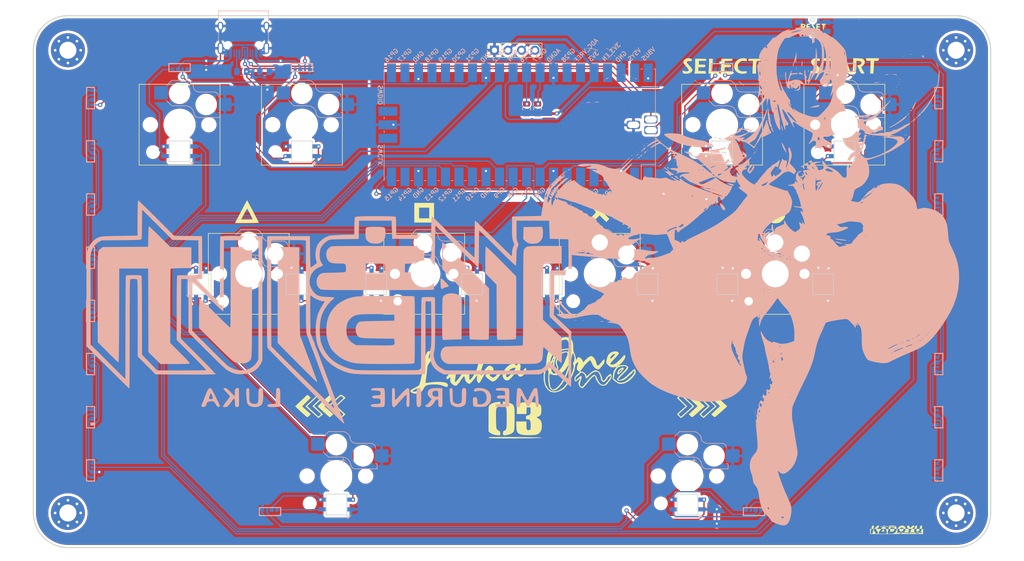
<source format=kicad_pcb>
(kicad_pcb (version 20211014) (generator pcbnew)
  (layers (0 "F.Cu" signal) (31 "B.Cu" signal) (34 "B.Paste" user) (35 "F.Paste" user) (36 "B.SilkS" user "B.Silkscreen") (37 "F.SilkS" user "F.Silkscreen") (38 "B.Mask" user) (39 "F.Mask" user) (44 "Edge.Cuts" user))
  (net 0 "")
  (net 1 "GND")
  (net 2 "VBUS")
  (net 3 "Net-(J1-PadA5)")
  (net 4 "/TP3")
  (net 5 "/TP2")
  (net 7 "Net-(J1-PadB5)")
  (net 9 "/3V3")
  (net 10 "/SCL")
  (net 11 "/SDA")
  (net 12 "/LEFT")
  (net 13 "/UP")
  (net 14 "/DOWN")
  (net 15 "/RIGHT")
  (net 16 "/GUIDE")
  (net 17 "/BACK")
  (net 18 "/START")
  (net 19 "/X")
  (net 20 "/Y")
  (net 21 "/RB")
  (net 22 "/LB")
  (net 23 "/A")
  (net 24 "/B")
  (net 25 "/RT")
  (net 26 "/LT")
  (net 27 "/RGB")
  (net 28 "/PLED1")
  (net 29 "/PLED2")
  (net 30 "/PLED3")
  (net 31 "/PLED4")
  (net 32 "/TP")
  (net 33 "/LS")
  (net 34 "/RS")
  (net 35 "/RUN")
  (net 36 "/SETTINGS")
  (net 40 "/SWCLK")
  (net 41 "/SWDIO")
  (net 42 "Net-(R5-Pad1)")
  (net 43 "/RGB_DATA_5V")
  (net 45 "RGB_DATA_5V_1")
  (net 46 "RGB_DATA_5V_2")
  (net 47 "RGB_DATA_5V_3")
  (net 48 "RGB_DATA_5V_4")
  (net 49 "RGB_DATA_5V_5")
  (net 50 "RGB_DATA_5V_6")
  (net 51 "RGB_DATA_5V_7")
  (net 52 "RGB_DATA_5V_8")
  (net 53 "RGB_DATA_5V_9")
  (net 54 "RGB_DATA_5V_10")
  (net 55 "RGB_DATA_5V_11")
  (net 56 "RGB_DATA_5V_12")
  (net 57 "RGB_DATA_5V_13")
  (net 58 "RGB_DATA_5V_14")
  (net 59 "RGB_DATA_5V_15")
  (net 60 "RGB_DATA_5V_16")
  (net 61 "RGB_DATA_5V_17")
  (net 62 "RGB_DATA_5V_18")
  (net 63 "RGB_DATA_5V_19")
  (net 64 "RGB_DATA_5V_20")
  (net 65 "RGB_DATA_5V_21")
  (net 66 "RGB_DATA_5V_22")
  (net 67 "RGB_DATA_5V_23")
  (net 68 "RGB_DATA_5V_24")
  (net 69 "RGB_DATA_5V_25")
  (net 70 "RGB_DATA_5V_26")
  (net 71 "RGB_DATA_5V_27")
  (net 72 "RGB_DATA_5V_28")
  (net 73 "RGB_DATA_5V_29")
  (net 74 "RGB_DATA_5V_30")
  (net 75 "RGB_DATA_5V_31")
  (net 76 "RGB_DATA_5V_32")
  (net 77 "RGB_DATA_5V_33")
  (net 78 "RGB_DATA_5V_34")
  (net 79 "RGB_DATA_5V_35")
  (net 80 "RGB_DATA_5V_36")
  (footprint "Switch_Keyboard_Hotswap_Kailh:SW_Hotswap_Kailh_Choc_V1V2_1.00u" (layer "F.Cu") (at 183 46)
    (fp_text reference "REF**" hide)
    (fp_text value "SW_Hotswap_Kailh_Choc_V1V2_1.00u" hide)
  )
  (footprint "Switch_Keyboard_Hotswap_Kailh:SW_Hotswap_Kailh_Choc_V1V2_1.00u" (layer "F.Cu") (at 81 46)
    (fp_text reference "REF**" hide)
    (fp_text value "SW_Hotswap_Kailh_Choc_V1V2_1.00u")
  )
  (footprint "Switch_Keyboard_Hotswap_Kailh:SW_Hotswap_Kailh_Choc_V1V2_1.50u" (layer "F.Cu") (at 159.999999 74.04385)
    (fp_text reference "Kailh PG1352" hide)
    (fp_text value "Choc")
  )
  (footprint "WS2812B-MINI:WS2812B-mini-v3_cutout" (layer "F.Cu") (at 184 76 -90)
    (fp_text reference "REF**3" hide)
    (fp_text value "WS2812B-mini-v3_cutout")
    (fp_line (start 1.95 -1.94) (end 1.95 1.96) (layer "Edge.Cuts") (width 0.12))
    (fp_line (start 1.95 1.96) (end -1.95 1.96) (layer "Edge.Cuts") (width 0.12))
    (fp_line (start -1.95 1.96) (end -1.95 -1.94) (layer "Edge.Cuts") (width 0.12))
    (fp_line (start -1.95 -1.94) (end 1.95 -1.94) (layer "Edge.Cuts") (width 0.12))
  )
  (footprint "WS2812B-MINI:WS2812B-mini-v3_cutout" (layer "F.Cu") (at 103 76 -90)
    (fp_text reference "REF**10" hide)
    (fp_text value "WS2812B-mini-v3_cutout")
    (fp_line (start -1.95 1.96) (end -1.95 -1.94) (layer "Edge.Cuts") (width 0.12))
    (fp_line (start -1.95 -1.94) (end 1.95 -1.94) (layer "Edge.Cuts") (width 0.12))
    (fp_line (start 1.95 1.96) (end -1.95 1.96) (layer "Edge.Cuts") (width 0.12))
    (fp_line (start 1.95 -1.94) (end 1.95 1.96) (layer "Edge.Cuts") (width 0.12))
  )
  (footprint "Switch_Keyboard_Hotswap_Kailh:SW_Hotswap_Kailh_Choc_V1V2_1.00u" (layer "F.Cu") (at 104 46)
    (fp_text reference "REF**" hide)
    (fp_text value "SW_Hotswap_Kailh_Choc_V1V2_1.00u")
  )
  (footprint "WS2812B-MINI:WS2812B-mini-v3_cutout" (layer "F.Cu") (at 118 76 -90)
    (fp_text reference "REF**7" hide)
    (fp_text value "WS2812B-mini-v3_cutout")
    (fp_line (start -1.95 1.96) (end -1.95 -1.94) (layer "Edge.Cuts") (width 0.12))
    (fp_line (start 1.95 1.96) (end -1.95 1.96) (layer "Edge.Cuts") (width 0.12))
    (fp_line (start -1.95 -1.94) (end 1.95 -1.94) (layer "Edge.Cuts") (width 0.12))
    (fp_line (start 1.95 -1.94) (end 1.95 1.96) (layer "Edge.Cuts") (width 0.12))
  )
  (footprint "WS2812B-MINI:WS2812B-mini-v3_cutout" (layer "F.Cu") (at 81 51)
    (fp_text reference "REF**3" hide)
    (fp_text value "WS2812B-mini-v3_cutout")
    (fp_line (start -1.95 -1.94) (end 1.95 -1.94) (layer "Edge.Cuts") (width 0.12))
    (fp_line (start 1.95 1.96) (end -1.95 1.96) (layer "Edge.Cuts") (width 0.12))
    (fp_line (start 1.95 -1.94) (end 1.95 1.96) (layer "Edge.Cuts") (width 0.12))
    (fp_line (start -1.95 1.96) (end -1.95 -1.94) (layer "Edge.Cuts") (width 0.12))
  )
  (footprint "MountingHole:MountingHole_3.2mm_M3_Pad_Via" (layer "F.Cu") (at 226.999999 32)
    (fp_text reference "REF**" hide)
    (fp_text value "MountingHole_3.2mm_M3_Pad_Via")
  )
  (footprint "Resistor_SMD:R_0805_2012Metric" (layer "F.Cu") (at 146.2375 43 90)
    (fp_text reference "R4" hide)
    (fp_text value "4.7k")
  )
  (footprint "MountingHole:MountingHole_3.2mm_M3_Pad_Via" (layer "F.Cu") (at 60 32)
    (fp_text reference "REF**" hide)
    (fp_text value "MountingHole_3.2mm_M3_Pad_Via")
  )
  (footprint "WS2812B-MINI:WS2812B-mini-v3_cutout" (layer "F.Cu") (at 169 76 -90)
    (fp_text reference "REF**6" hide)
    (fp_text value "WS2812B-mini-v3_cutout")
    (fp_line (start -1.95 -1.94) (end 1.95 -1.94) (layer "Edge.Cuts") (width 0.12))
    (fp_line (start -1.95 1.96) (end -1.95 -1.94) (layer "Edge.Cuts") (width 0.12))
    (fp_line (start 1.95 -1.94) (end 1.95 1.96) (layer "Edge.Cuts") (width 0.12))
    (fp_line (start 1.95 1.96) (end -1.95 1.96) (layer "Edge.Cuts") (width 0.12))
  )
  (footprint "Keyboard_Parts:Kailh-PG1350-2u" (layer "F.Cu") (at 110.499999 112.04385)
    (fp_text reference "Kailh PG1354")
    (fp_text value "Choc" hide)
  )
  (footprint "Resistor_SMD:R_0805_2012Metric" (layer "F.Cu") (at 148.3 43 90)
    (fp_text reference "R3" hide)
    (fp_text value "4.7k")
  )
  (footprint "Switch_Keyboard_Hotswap_Kailh:SW_Hotswap_Kailh_Choc_V1V2_1.00u" (layer "F.Cu") (at 206 46)
    (fp_text reference "REF**" hide)
    (fp_text value "SW_Hotswap_Kailh_Choc_V1V2_1.00u")
  )
  (footprint "MountingHole:MountingHole_3.2mm_M3_Pad_Via" (layer "F.Cu") (at 60 119)
    (fp_text reference "REF**" hide)
    (fp_text value "MountingHole_3.2mm_M3_Pad_Via")
  )
  (footprint "WS2812B-MINI:WS2812B-mini-v3_cutout" (layer "F.Cu") (at 136 76 -90)
    (fp_text reference "REF**8" hide)
    (fp_text value "WS2812B-mini-v3_cutout")
    (fp_line (start -1.95 -1.94) (end 1.95 -1.94) (layer "Edge.Cuts") (width 0.12))
    (fp_line (start 1.95 1.96) (end -1.95 1.96) (layer "Edge.Cuts") (width 0.12))
    (fp_line (start 1.95 -1.94) (end 1.95 1.96) (layer "Edge.Cuts") (width 0.12))
    (fp_line (start -1.95 1.96) (end -1.95 -1.94) (layer "Edge.Cuts") (width 0.12))
  )
  (footprint "WS2812B-MINI:WS2812B-mini-v3_cutout" (layer "F.Cu") (at 104 51)
    (fp_text reference "REF**3" hide)
    (fp_text value "WS2812B-mini-v3_cutout")
    (fp_line (start -1.95 1.96) (end -1.95 -1.94) (layer "Edge.Cuts") (width 0.12))
    (fp_line (start 1.95 1.96) (end -1.95 1.96) (layer "Edge.Cuts") (width 0.12))
    (fp_line (start -1.95 -1.94) (end 1.95 -1.94) (layer "Edge.Cuts") (width 0.12))
    (fp_line (start 1.95 -1.94) (end 1.95 1.96) (layer "Edge.Cuts") (width 0.12))
  )
  (footprint "WS2812B-MINI:WS2812B-mini-v3_cutout" (layer "F.Cu") (at 85 76 -90)
    (fp_text reference "REF**9" hide)
    (fp_text value "WS2812B-mini-v3_cutout")
    (fp_line (start 1.95 -1.94) (end 1.95 1.96) (layer "Edge.Cuts") (width 0.12))
    (fp_line (start 1.95 1.96) (end -1.95 1.96) (layer "Edge.Cuts") (width 0.12))
    (fp_line (start -1.95 -1.94) (end 1.95 -1.94) (layer "Edge.Cuts") (width 0.12))
    (fp_line (start -1.95 1.96) (end -1.95 -1.94) (layer "Edge.Cuts") (width 0.12))
  )
  (footprint "WS2812B-MINI:WS2812B-mini-v3_cutout" (layer "F.Cu") (at 151 76 -90)
    (fp_text reference "REF**5" hide)
    (fp_text value "WS2812B-mini-v3_cutout")
    (fp_line (start -1.95 1.96) (end -1.95 -1.94) (layer "Edge.Cuts") (width 0.12))
    (fp_line (start 1.95 -1.94) (end 1.95 1.96) (layer "Edge.Cuts") (width 0.12))
    (fp_line (start -1.95 -1.94) (end 1.95 -1.94) (layer "Edge.Cuts") (width 0.12))
    (fp_line (start 1.95 1.96) (end -1.95 1.96) (layer "Edge.Cuts") (width 0.12))
  )
  (footprint "Keyboard_Parts:Kailh-PG1350-2u" (layer "F.Cu") (at 176.499999 112.04385)
    (fp_text reference "Kailh PG1354")
    (fp_text value "Choc" hide)
  )
  (footprint "Switch_Keyboard_Hotswap_Kailh:SW_Hotswap_Kailh_Choc_V1V2_1.50u" (layer "F.Cu") (at 192.999999 74.04385)
    (fp_text reference "Kailh PG1353" hide)
    (fp_text value "Choc")
  )
  (footprint "WS2812B-MINI:WS2812B-mini-v3_cutout" (layer "F.Cu") (at 206 51)
    (fp_text reference "REF**3" hide)
    (fp_text value "WS2812B-mini-v3_cutout")
    (fp_line (start -1.95 -1.94) (end 1.95 -1.94) (layer "Edge.Cuts") (width 0.12))
    (fp_line (start 1.95 -1.94) (end 1.95 1.96) (layer "Edge.Cuts") (width 0.12))
    (fp_line (start -1.95 1.96) (end -1.95 -1.94) (layer "Edge.Cuts") (width 0.12))
    (fp_line (start 1.95 1.96) (end -1.95 1.96) (layer "Edge.Cuts") (width 0.12))
  )
  (footprint "Icon:KADOYU" (layer "F.Cu") (at 215.8 122.1)
    (fp_text reference "G***" hide)
    (fp_text value "LOGO" hide)
  )
  (footprint "WS2812B-MINI:WS2812B-mini-v3_cutout" (layer "F.Cu") (at 176.506006 117.40742)
    (fp_text reference "REF**4" hide)
    (fp_text value "WS2812B-mini-v3_cutout")
    (fp_line (start -1.95 1.96) (end -1.95 -1.94) (layer "Edge.Cuts") (width 0.12))
    (fp_line (start 1.95 1.96) (end -1.95 1.96) (layer "Edge.Cuts") (width 0.12))
    (fp_line (start 1.95 -1.94) (end 1.95 1.96) (layer "Edge.Cuts") (width 0.12))
    (fp_line (start -1.95 -1.94) (end 1.95 -1.94) (layer "Edge.Cuts") (width 0.12))
  )
  (footprint "LOGO" (layer "F.Cu") (at 143.2 75.4)
    (fp_text reference "G***" hide)
    (fp_text value "LOGO" hide)
  )
  (footprint "WS2812B-MINI:WS2812B-mini-v3_cutout" (layer "F.Cu") (at 183 51)
    (fp_text reference "REF**3" hide)
    (fp_text value "WS2812B-mini-v3_cutout")
    (fp_line (start -1.95 1.96) (end -1.95 -1.94) (layer "Edge.Cuts") (width 0.12))
    (fp_line (start 1.95 1.96) (end -1.95 1.96) (layer "Edge.Cuts") (width 0.12))
    (fp_line (start 1.95 -1.94) (end 1.95 1.96) (layer "Edge.Cuts") (width 0.12))
    (fp_line (start -1.95 -1.94) (end 1.95 -1.94) (layer "Edge.Cuts") (width 0.12))
  )
  (footprint "WS2812B-MINI:WS2812B-mini-v3_cutout" (layer "F.Cu") (at 110.506006 117.40742)
    (fp_text reference "REF**" hide)
    (fp_text value "WS2812B-mini-v3_cutout")
    (fp_line (start -1.95 1.96) (end -1.95 -1.94) (layer "Edge.Cuts") (width 0.12))
    (fp_line (start 1.95 1.96) (end -1.95 1.96) (layer "Edge.Cuts") (width 0.12))
    (fp_line (start 1.95 -1.94) (end 1.95 1.96) (layer "Edge.Cuts") (width 0.12))
    (fp_line (start -1.95 -1.94) (end 1.95 -1.94) (layer "Edge.Cuts") (width 0.12))
  )
  (footprint "Connector_PinHeader_2.54mm:PinHeader_1x04_P2.54mm_Vertical" (layer "F.Cu") (at 140.2 32 90)
    (fp_text reference "J2" hide)
    (fp_text value "Conn_01x04_Male")
  )
  (footprint "Switch_Keyboard_Hotswap_Kailh:SW_Hotswap_Kailh_Choc_V1V2_1.50u" (layer "F.Cu") (at 126.999999 74.04385)
    (fp_text reference "Kailh PG1351" hide)
    (fp_text value "Choc")
  )
  (footprint "MountingHole:MountingHole_3.2mm_M3_Pad_Via" (layer "F.Cu") (at 226.999999 119)
    (fp_text reference "REF**" hide)
    (fp_text value "MountingHole_3.2mm_M3_Pad_Via")
  )
  (footprint "WS2812B-MINI:WS2812B-mini-v3_cutout" (layer "F.Cu") (at 202 76 -90)
    (fp_text reference "REF**3" hide)
    (fp_text value "WS2812B-mini-v3_cutout")
    (fp_line (start -1.95 -1.94) (end 1.95 -1.94) (layer "Edge.Cuts") (width 0.12))
    (fp_line (start -1.95 1.96) (end -1.95 -1.94) (layer "Edge.Cuts") (width 0.12))
    (fp_line (start 1.95 -1.94) (end 1.95 1.96) (layer "Edge.Cuts") (width 0.12))
    (fp_line (start 1.95 1.96) (end -1.95 1.96) (layer "Edge.Cuts") (width 0.12))
  )
  (footprint "Switch_Keyboard_Hotswap_Kailh:SW_Hotswap_Kailh_Choc_V1V2_1.50u" (layer "F.Cu") (at 93.999999 74.04385)
    (fp_text reference "Kailh PG1350" hide)
    (fp_text value "Choc")
  )
  (footprint "Keyboard_Parts:WS2812B-4020" (layer "B.Cu") (at 223 61 -90)
    (fp_text reference "LED12" hide)
    (fp_text value "WS2812B-4020" hide)
  )
  (footprint "Keyboard_Parts:WS2812B-4020" (layer "B.Cu") (at 65 61 90)
    (fp_text reference "LED2" hide)
    (fp_text value "WS2812B-4020" hide)
  )
  (footprint "Capacitor_SMD:C_0805_2012Metric" (layer "B.Cu") (at 181 60 180)
    (fp_text reference "C1" hide)
    (fp_text value "0.1uF")
  )
  (footprint "Keyboard_Parts:WS2812B-4020" (layer "B.Cu") (at 223 91 -90)
    (fp_text reference "LED9" hide)
    (fp_text value "WS2812B-4020" hide)
  )
  (footprint "Keyboard_Parts:WS2812B-4020" (layer "B.Cu") (at 65 91 90)
    (fp_text reference "LED5" hide)
    (fp_text value "WS2812B-4020" hide)
  )
  (footprint "Package_TO_SOT_SMD:SOT-23-5" (layer "B.Cu") (at 175.22 59)
    (fp_text reference "U2" hide)
    (fp_text value "SN74LV1T34DBV")
  )
  (footprint "Keyboard_Parts:WS2812B-4020" (layer "B.Cu") (at 65 111 90)
    (fp_text reference "LED7" hide)
    (fp_text value "WS2812B-4020" hide)
  )
  (footprint "Keyboard_Parts:WS2812B-4020" (layer "B.Cu") (at 81 36)
    (fp_text reference "LED14" hide)
    (fp_text value "WS2812B-4020" hide)
  )
  (footprint "Keyboard_Parts:WS2812B-4020" (layer "B.Cu") (at 183 36)
    (fp_text reference "LED14" hide)
    (fp_text value "WS2812B-4020" hide)
  )
  (footprint "Resistor_SMD:R_0805_2012Metric" (layer "B.Cu") (at 97 36)
    (fp_text reference "R1" hide)
    (fp_text value "5.1k")
  )
  (footprint "Resistor_SMD:R_0805_2012Metric" (layer "B.Cu") (at 180.98 58)
    (fp_text reference "R5" hide)
    (fp_text value "330")
  )
  (footprint "tact-switch:THAU13-AB-R" (layer "B.Cu") (at 200.026131 27.620103)
    (fp_text reference "REF**" hide)
    (fp_text value "THAU13-AB-R")
    (fp_circle (center 0 -1.35) (end 0.375 -1.35) (layer "Edge.Cuts") (width 0.12) (fill none))
    (fp_circle (center 0 1.35) (end 0.375 1.35) (layer "Edge.Cuts") (width 0.12) (fill none))
  )
  (footprint "Keyboard_Parts:WS2812B-4020" (layer "B.Cu") (at 189 118 180)
    (fp_text reference "LED14" hide)
    (fp_text value "WS2812B-4020" hide)
  )
  (footprint "Keyboard_Parts:WS2812B-4020" (layer "B.Cu") (at 223 111 -90)
    (fp_text reference "LED" hide)
    (fp_text value "WS2812B-4020" hide)
  )
  (footprint "Keyboard_Parts:WS2812B-4020" (layer "B.Cu") (at 104 36)
    (fp_text reference "LED14" hide)
    (fp_text value "WS2812B-4020" hide)
  )
  (footprint "Keyboard_Parts:WS2812B-4020" (layer "B.Cu") (at 65 41 90)
    (fp_text reference "LED" hide)
    (fp_text value "WS2812B-4020" hide)
  )
  (footprint "Keyboard_Parts:WS2812B-4020" (layer "B.Cu") (at 223 51 -90)
    (fp_text reference "LED13" hide)
    (fp_text value "WS2812B-4020" hide)
  )
  (footprint "Resistor_SMD:R_0805_2012Metric" (layer "B.Cu") (at 92.7 36)
    (fp_text reference "R2" hide)
    (fp_text value "5.1k")
  )
  (footprint "Keyboard_Parts:WS2812B-4020" (layer "B.Cu") (at 65 81 90)
    (fp_text reference "LED4" hide)
    (fp_text value "WS2812B-4020" hide)
  )
  (footprint "Keyboard_Parts:WS2812B-4020" (layer "B.Cu") (at 206 36)
    (fp_text reference "LED14" hide)
    (fp_text value "WS2812B-4020" hide)
  )
  (footprint "Keyboard_Parts:WS2812B-4020" (layer "B.Cu") (at 223 41 -90)
    (fp_text reference "LED14" hide)
    (fp_text value "WS2812B-4020" hide)
  )
  (footprint "Keyboard_Parts:WS2812B-4020" (layer "B.Cu") (at 65 101 90)
    (fp_text reference "LED6" hide)
    (fp_text value "WS2812B-4020" hide)
  )
  (footprint "Keyboard_Parts:WS2812B-4020" (layer "B.Cu") (at 65 71 90)
    (fp_text reference "LED3" hide)
    (fp_text value "WS2812B-4020" hide)
  )
  (footprint "LOGO" (layer "B.Cu") (at 143 73 180)
    (fp_text reference "G***" hide)
    (fp_text value "LOGO" hide)
  )
  (footprint "Keyboard_Parts:WS2812B-4020" (layer "B.Cu") (at 65 51 90)
    (fp_text reference "LED1" hide)
    (fp_text value "WS2812B-4020" hide)
  )
  (footprint "Keyboard_Parts:WS2812B-4020" (layer "B.Cu") (at 98 118 180)
    (fp_text reference "LED14" hide)
    (fp_text value "WS2812B-4020" hide)
  )
  (footprint "Keyboard_Parts:WS2812B-4020" (layer "B.Cu") (at 223 71 -90)
    (fp_text reference "LED11" hide)
    (fp_text value "WS2812B-4020" hide)
  )
  (footprint "Keyboard_Parts:WS2812B-4020" (layer "B.Cu") (at 223 81 -90)
    (fp_text reference "LED10" hide)
    (fp_text value "WS2812B-4020" hide)
  )
  (footprint "Connector_USB:USB_C_Receptacle_HRO_TYPE-C-31-M-12" (layer "B.Cu") (at 93 28.502601)
    (fp_text reference "J1" hide)
    (fp_text value "USB_C_Receptacle_USB2.0")
  )
  (footprint "Keyboard_Parts:WS2812B-4020" (layer "B.Cu") (at 223 101 -90)
    (fp_text reference "LED8" hide)
    (fp_text value "WS2812B-4020" hide)
  )
  (footprint "Raspberry_Pico:RPi_Pico_SMD_TH" (layer "B.Cu") (at 145 46 90)
    (fp_text reference "U1" hide)
    (fp_text value "Pico")
  )
  (gr_arc (start 227.00285 25.5026) (mid 231.599012 27.406424) (end 233.50285 32.0026) (layer "Edge.Cuts") (width 0.2))
  (gr_line (start 233.50285 119.0026) (end 233.50285 32.0026) (layer "Edge.Cuts") (width 0.2))
  (gr_arc (start 60.002851 125.5026) (mid 55.406656 123.598794) (end 53.502851 119.0026) (layer "Edge.Cuts") (width 0.2))
  (gr_arc (start 233.50285 119.0026) (mid 231.599047 123.598812) (end 227.00285 125.5026) (layer "Edge.Cuts") (width 0.2))
  (gr_arc (start 53.502852 32.0026) (mid 55.406658 27.406407) (end 60.002851 25.502601) (layer "Edge.Cuts") (width 0.2))
  (gr_line (start 227.00285 25.502601) (end 60.002851 25.502601) (layer "Edge.Cuts") (width 0.2))
  (gr_line (start 60.002851 125.5026) (end 227.00285 125.5026) (layer "Edge.Cuts") (width 0.2))
  (gr_line (start 53.502851 32.0026) (end 53.502851 119.0026) (layer "Edge.Cuts") (width 0.2))
  (segment (start 87 35.7) (end 86 35.7) (width 0.25) (layer "F.Cu") (net 1))
  (segment (start 97.5 39.4) (end 96 39.4) (width 0.25) (layer "F.Cu") (net 1))
  (segment (start 96 39.4) (end 93.6125 37.0125) (width 0.25) (layer "F.Cu") (net 1))
  (segment (start 182 121) (end 182 118.3) (width 0.25) (layer "F.Cu") (net 1))
  (segment (start 93.6125 37.0125) (end 93.6125 36) (width 0.25) (layer "F.Cu") (net 1))
  (segment (start 88.68 34.02) (end 87 35.7) (width 0.25) (layer "F.Cu") (net 1))
  (segment (start 88.68 31.632601) (end 88.68 34.02) (width 0.25) (layer "F.Cu") (net 1))
  (via (at 151.3 54.7) (size 0.8) (drill 0.4) (layers "F.Cu" "B.Cu") (net 1))
  (via (at 125.9 37.4) (size 0.8) (drill 0.4) (layers "F.Cu" "B.Cu") (net 1))
  (via (at 182 121) (size 0.8) (drill 0.4) (layers "F.Cu" "B.Cu") (net 1))
  (via (at 182 118.3) (size 0.8) (drill 0.4) (layers "F.Cu" "B.Cu") (net 1))
  (via (at 125.9 54.7) (size 0.8) (drill 0.4) (layers "F.Cu" "B.Cu") (net 1))
  (via (at 97.5 39.4) (size 0.8) (drill 0.4) (layers "F.Cu" "B.Cu") (net 1))
  (via (at 164 54.7) (size 0.8) (drill 0.4) (layers "F.Cu" "B.Cu") (net 1))
  (via (at 86 35.7) (size 0.8) (drill 0.4) (layers "F.Cu" "B.Cu") (net 1))
  (via (at 138.6 54.7) (size 0.8) (drill 0.4) (layers "F.Cu" "B.Cu") (net 1))
  (via (at 138.6 37.2) (size 0.8) (drill 0.4) (layers "F.Cu" "B.Cu") (net 1))
  (via (at 151.3 37.2) (size 0.8) (drill 0.4) (layers "F.Cu" "B.Cu") (net 1))
  (via (at 93.6125 36) (size 0.8) (drill 0.4) (layers "F.Cu" "B.Cu") (net 1))
  (via (at 121.2 46) (size 0.8) (drill 0.4) (layers "F.Cu" "B.Cu") (net 1))
  (segment (start 94.63702 37.02452) (end 96.88798 37.02452) (width 0.25) (layer "B.Cu") (net 1))
  (segment (start 96.88798 37.02452) (end 97.9125 36) (width 0.25) (layer "B.Cu") (net 1))
  (segment (start 96.405 32.547601) (end 97.32 31.632601) (width 0.25) (layer "B.Cu") (net 1))
  (segment (start 89.75 32.547601) (end 89.595 32.547601) (width 0.25) (layer "B.Cu") (net 1))
  (segment (start 93.6125 36) (end 94.63702 37.02452) (width 0.25) (layer "B.Cu") (net 1))
  (segment (start 96.25 32.547601) (end 96.405 32.547601) (width 0.25) (layer "B.Cu") (net 1))
  (segment (start 89.595 32.547601) (end 88.68 31.632601) (width 0.25) (layer "B.Cu") (net 1))
  (via (at 182.7 34.3) (size 0.8) (drill 0.4) (layers "F.Cu" "B.Cu") (net 2))
  (via (at 104 73) (size 0.8) (drill 0.4) (layers "F.Cu" "B.Cu") (net 2))
  (via (at 65.9 111.3) (size 0.8) (drill 0.4) (layers "F.Cu" "B.Cu") (net 2))
  (via (at 86 34) (size 0.8) (drill 0.4) (layers "F.Cu" "B.Cu") (net 2))
  (via (at 78 50.1) (size 0.8) (drill 0.4) (layers "F.Cu" "B.Cu") (net 2))
  (via (at 170 73) (size 0.8) (drill 0.4) (layers "F.Cu" "B.Cu") (net 2))
  (via (at 107.5 116.5) (size 0.8) (drill 0.4) (layers "F.Cu" "B.Cu") (net 2))
  (via (at 180.05 60) (size 0.8) (drill 0.4) (layers "F.Cu" "B.Cu") (net 2))
  (via (at 185 73) (size 0.8) (drill 0.4) (layers "F.Cu" "B.Cu") (net 2))
  (via (at 203 50) (size 0.8) (drill 0.4) (layers "F.Cu" "B.Cu") (net 2))
  (via (at 86 73) (size 0.8) (drill 0.4) (layers "F.Cu" "B.Cu") (net 2))
  (via (at 152 73) (size 0.8) (drill 0.4) (layers "F.Cu" "B.Cu") (net 2))
  (via (at 137 73) (size 0.8) (drill 0.4) (layers "F.Cu" "B.Cu") (net 2))
  (via (at 180 50) (size 0.8) (drill 0.4) (layers "F.Cu" "B.Cu") (net 2))
  (via (at 100 34) (size 0.8) (drill 0.4) (layers "F.Cu" "B.Cu") (net 2))
  (via (at 101 50.1) (size 0.8) (drill 0.4) (layers "F.Cu" "B.Cu") (net 2))
  (via (at 173.5 116.5) (size 0.8) (drill 0.4) (layers "F.Cu" "B.Cu") (net 2))
  (via (at 119 73) (size 0.8) (drill 0.4) (layers "F.Cu" "B.Cu") (net 2))
  (via (at 203 73) (size 0.8) (drill 0.4) (layers "F.Cu" "B.Cu") (net 2))
  (via (at 169.1 37.3) (size 0.8) (drill 0.4) (layers "F.Cu" "B.Cu") (net 2))
  (segment (start 94.78634 31.02357) (end 91.21366 31.02357) (width 0.3) (layer "B.Cu") (net 2))
  (segment (start 223.375 50.7) (end 222.725 50.7) (width 0.25) (layer "B.Cu") (net 2))
  (segment (start 91.21366 31.02357) (end 90.55 31.68723) (width 0.3) (layer "B.Cu") (net 2))
  (segment (start 65.35048 71.37548) (end 65.35048 81.14952) (width 0.25) (layer "B.Cu") (net 2))
  (segment (start 223.375 90.7) (end 222.725 90.7) (width 0.25) (layer "B.Cu") (net 2))
  (segment (start 63.900489 50.900489) (end 64.3 51.3) (width 0.25) (layer "B.Cu") (net 2))
  (segment (start 224.549031 61.224031) (end 224.549031 69.776458) (width 0.25) (layer "B.Cu") (net 2))
  (segment (start 100.525978 115.8) (end 106.8 115.8) (width 0.25) (layer "B.Cu") (net 2))
  (segment (start 95.978377 34) (end 100 34) (width 0.3) (layer "B.Cu") (net 2))
  (segment (start 64.625 51.3) (end 64.974022 51.3) (width 0.25) (layer "B.Cu") (net 2))
  (segment (start 222.200969 79.874991) (end 223.025978 80.7) (width 0.25) (layer "B.Cu") (net 2))
  (segment (start 106.8 115.8) (end 107.5 116.5) (width 0.25) (layer "B.Cu") (net 2))
  (segment (start 65.275 91.3) (end 65.349511 91.374511) (width 0.25) (layer "B.Cu") (net 2))
  (segment (start 63.900489 61.374511) (end 63.900489 71.100489) (width 0.25) (layer "B.Cu") (net 2))
  (segment (start 95.45 33.471623) (end 95.978377 34) (width 0.3) (layer "B.Cu") (net 2))
  (segment (start 182.7 34.3) (end 204.724022 34.3) (width 0.25) (layer "B.Cu") (net 2))
  (segment (start 224.549031 36.549031) (end 224.549031 41.224031) (width 0.25) (layer "B.Cu") (net 2))
  (segment (start 224.549031 81.224031) (end 224.549031 89.874991) (width 0.25) (layer "B.Cu") (net 2))
  (segment (start 223.375 80.7) (end 224.025 80.7) (width 0.25) (layer "B.Cu") (net 2))
  (segment (start 224.025 80.7) (end 224.549031 81.224031) (width 0.25) (layer "B.Cu") (net 2))
  (segment (start 189.3 118.375) (end 189.3 119.188304) (width 0.25) (layer "B.Cu") (net 2))
  (segment (start 222.725 50.7) (end 222.200969 51.224031) (width 0.25) (layer "B.Cu") (net 2))
  (segment (start 63.900489 91.100489) (end 64.1 91.3) (width 0.25) (layer "B.Cu") (net 2))
  (segment (start 64.625 81.3) (end 63.975 81.3) (width 0.25) (layer "B.Cu") (net 2))
  (segment (start 102.725 34) (end 100 34) (width 0.25) (layer "B.Cu") (net 2))
  (segment (start 173.5 116.1) (end 173.5 116.5) (width 0.25) (layer "B.Cu") (net 2))
  (segment (start 222.200969 99.874991) (end 223.025978 100.7) (width 0.25) (layer "B.Cu") (net 2))
  (segment (start 64.225978 111.3) (end 63.900489 110.974511) (width 0.25) (layer "B.Cu") (net 2))
  (segment (start 223.724022 50.7) (end 223.375 50.7) (width 0.25) (layer "B.Cu") (net 2))
  (segment (start 64.625 41.3) (end 63.975 41.3) (width 0.25) (layer "B.Cu") (net 2))
  (segment (start 95.45 32.547601) (end 95.45 33.471623) (width 0.3) (layer "B.Cu") (net 2))
  (segment (start 64.625 61.3) (end 63.975 61.3) (width 0.25) (layer "B.Cu") (net 2))
  (segment (start 90.021623 34) (end 90.55 33.471623) (width 0.3) (layer "B.Cu") (net 2))
  (segment (start 180.7 115) (end 174.6 115) (width 0.25) (layer "B.Cu") (net 2))
  (segment (start 223.375 40.7) (end 224.025 40.7) (width 0.25) (layer "B.Cu") (net 2))
  (segment (start 64.974022 51.3) (end 65.349511 51.675489) (width 0.25) (layer "B.Cu") (net 2))
  (segment (start 65.2 81.3) (end 64.625 81.3) (width 0.25) (layer "B.Cu") (net 2))
  (segment (start 63.900489 71.100489) (end 64.1 71.3) (width 0.25) (layer "B.Cu") (net 2))
  (segment (start 222.725 70.7) (end 222.200969 71.224031) (width 0.25) (layer "B.Cu") (net 2))
  (segment (start 204.724022 34.3) (end 205.7 35.275978) (width 0.25) (layer "B.Cu") (net 2))
  (segment (start 223.375 60.7) (end 224.025 60.7) (width 0.25) (layer "B.Cu") (net 2))
  (segment (start 177.95 59.95) (end 178 60) (width 0.25) (layer "B.Cu") (net 2))
  (segment (start 222.200969 71.224031) (end 222.200969 79.874991) (width 0.25) (layer "B.Cu") (net 2))
  (segment (start 224.549031 69.776458) (end 223.625489 70.7) (width 0.25) (layer "B.Cu") (net 2))
  (segment (start 223.025978 80.7) (end 223.375 80.7) (width 0.25) (layer "B.Cu") (net 2))
  (segment (start 64.975489 61.3) (end 64.625 61.3) (width 0.25) (layer "B.Cu") (net 2))
  (segment (start 224.549031 89.874991) (end 223.724022 90.7) (width 0.25) (layer "B.Cu") (net 2))
  (segment (start 63.900489 81.374511) (end 63.900489 91.100489) (width 0.25) (layer "B.Cu") (net 2))
  (segment (start 224.025 60.7) (end 224.549031 61.224031) (width 0.25) (layer "B.Cu") (net 2))
  (segment (start 224.549031 41.224031) (end 224.549031 49.874991) (width 0.25) (layer "B.Cu") (net 2))
  (segment (start 205.7 35.275978) (end 205.7 35.625) (width 0.25) (layer "B.Cu") (net 2))
  (segment (start 178 60) (end 180.05 60) (width 0.25) (layer "B.Cu") (net 2))
  (segment (start 223.724022 110.7) (end 223.375 110.7) (width 0.25) (layer "B.Cu") (net 2))
  (segment (start 65 101.3) (end 64.625 101.3) (width 0.25) (layer "B.Cu") (net 2))
  (segment (start 103.7 34.975) (end 102.725 34) (width 0.25) (layer "B.Cu") (net 2))
  (segment (start 222.200969 91.224031) (end 222.200969 99.874991) (width 0.25) (layer "B.Cu") (net 2))
  (segment (start 222.725 90.7) (end 222.200969 91.224031) (width 0.25) (layer "B.Cu") (net 2))
  (segment (start 63.900489 110.974511) (end 63.900489 101.374511) (width 0.25) (layer "B.Cu") (net 2))
  (segment (start 65.349511 91.374511) (end 65.349511 100.950489) (width 0.25) (layer "B.Cu") (net 2))
  (segment (start 80.7 35.225978) (end 81.925978 34) (width 0.25) (layer "B.Cu") (net 2))
  (segment (start 63.975 101.3) (end 64.625 101.3) (width 0.25) (layer "B.Cu") (net 2))
  (segment (start 222.3 34.3) (end 224.549031 36.549031) (width 0.25) (layer "B.Cu") (net 2))
  (segment (start 223.785717 100.7) (end 224.549031 101.463314) (width 0.25) (layer "B.Cu") (net 2))
  (segment (start 222.200969 59.874991) (end 223.025978 60.7) (width 0.25) (layer "B.Cu") (net 2))
  (segment (start 98.3 118.375) (end 98.3 118.025978) (width 0.25) (layer "B.Cu") (net 2))
  (segment (start 64.3 51.3) (end 64.625 51.3) (width 0.25) (layer "B.Cu") (net 2))
  (segment (start 65.349511 100.950489) (end 65 101.3) (width 0.25) (layer "B.Cu") (net 2))
  (segment (start 95.45 32.547601) (end 95.45 31.68723) (width 0.3) (layer "B.Cu") (net 2))
  (segment (start 81.925978 34) (end 86 34) (width 0.25) (layer "B.Cu") (net 2))
  (segment (start 189.3 119.188304) (end 189.237824 119.25048) (width 0.25) (layer "B.Cu") (net 2))
  (segment (start 86 34) (end 90.021623 34) (width 0.3) (layer "B.Cu") (net 2))
  (segment (start 95.45 31.68723) (end 94.78634 31.02357) (width 0.3) (layer "B.Cu") (net 2))
  (segment (start 63.975 81.3) (end 63.900489 81.374511) (width 0.25) (layer "B.Cu") (net 2))
  (segment (start 224.549031 49.874991) (end 223.724022 50.7) (width 0.25) (layer "B.Cu") (net 2))
  (segment (start 64.625 111.3) (end 65.9 111.3) (width 0.25) (layer "B.Cu") (net 2))
  (segment (start 223.025978 100.7) (end 223.375 100.7) (width 0.25) (layer "B.Cu") (net 2))
  (segment (start 224.549031 101.463314) (end 224.549031 109.874991) (width 0.25) (layer "B.Cu") (net 2))
  (segment (start 64.625 91.3) (end 65.275 91.3) (width 0.25) (layer "B.Cu") (net 2))
  (segment (start 184.95048 119.25048) (end 180.7 115) (width 0.25) (layer "B.Cu") (net 2))
  (segment (start 90.55 33.471623) (end 90.55 32.547601) (width 0.3) (layer "B.Cu") (net 2))
  (segment (start 63.975 61.3) (end 63.900489 61.374511) (width 0.25) (layer "B.Cu") (net 2))
  (segment (start 223.375 70.7) (end 222.725 70.7) (width 0.25) (layer "B.Cu") (net 2))
  (segment (start 223.025978 60.7) (end 223.375 60.7) (width 0.25) (layer "B.Cu") (net 2))
  (segment (start 222.200969 51.224031) (end 222.200969 59.874991) (width 0.25) (layer "B.Cu") (net 2))
  (segment (start 223.375 100.7) (end 223.785717 100.7) (width 0.25) (layer "B.Cu") (net 2))
  (segment (start 80.7 35.625) (end 80.7 35.225978) (width 0.25) (layer "B.Cu") (net 2))
  (segment (start 204.724022 34.3) (end 222.3 34.3) (width 0.25) (layer "B.Cu") (net 2))
  (segment (start 103.7 35.625) (end 103.7 34.975) (width 0.25) (layer "B.Cu") (net 2))
  (segment (start 64.1 71.3) (end 64.625 71.3) (width 0.25) (layer "B.Cu") (net 2))
  (segment (start 189.237824 119.25048) (end 184.95048 119.25048) (width 0.25) (layer "B.Cu") (net 2))
  (segment (start 224.549031 109.874991) (end 223.724022 110.7) (width 0.25) (layer "B.Cu") (net 2))
  (segment (start 182.7 35.625) (end 182.7 34.3) (width 0.25) (layer "B.Cu") (net 2))
  (segment (start 63.900489 41.374511) (end 63.900489 50.900489) (width 0.25) (layer "B.Cu") (net 2))
  (segment (start 64.625 111.3) (end 64.225978 111.3) (width 0.25) (layer "B.Cu") (net 2))
  (segment (start 224.025 40.7) (end 224.549031 41.224031) (width 0.25) (layer "B.Cu") (net 2))
  (segment (start 64.625 71.3) (end 65.275 71.3) (width 0.25) (layer "B.Cu") (net 2))
  (segment (start 174.6 115) (end 173.5 116.1) (width 0.25) (layer "B.Cu") (net 2))
  (segment (start 90.55 31.68723) (end 90.55 32.547601) (width 0.3) (layer "B.Cu") (net 2))
  (segment (start 223.625489 70.7) (end 223.375 70.7) (width 0.25) (layer "B.Cu") (net 2))
  (segment (start 63.975 41.3) (end 63.900489 41.374511) (width 0.25) (layer "B.Cu") (net 2))
  (segment (start 98.3 118.025978) (end 100.525978 115.8) (width 0.25) (layer "B.Cu") (net 2))
  (segment (start 176.3575 59.95) (end 177.95 59.95) (width 0.25) (layer "B.Cu") (net 2))
  (segment (start 65.349511 60.925978) (end 64.975489 61.3) (width 0.25) (layer "B.Cu") (net 2))
  (segment (start 65.275 71.3) (end 65.35048 71.37548) (width 0.25) (layer "B.Cu") (net 2))
  (segment (start 64.1 91.3) (end 64.625 91.3) (width 0.25) (layer "B.Cu") (net 2))
  (segment (start 65.349511 51.675489) (end 65.349511 60.925978) (width 0.25) (layer "B.Cu") (net 2))
  (segment (start 223.724022 90.7) (end 223.375 90.7) (width 0.25) (layer "B.Cu") (net 2))
  (segment (start 63.900489 101.374511) (end 63.975 101.3) (width 0.25) (layer "B.Cu") (net 2))
  (segment (start 65.35048 81.14952) (end 65.2 81.3) (width 0.25) (layer "B.Cu") (net 2))
  (segment (start 91.75 35.9625) (end 91.75 32.547601) (width 0.25) (layer "B.Cu") (net 3))
  (segment (start 91.7875 36) (end 91.75 35.9625) (width 0.25) (layer "B.Cu") (net 3))
  (segment (start 171.5 44) (end 162.5 35) (width 0.25) (layer "F.Cu") (net 4))
  (segment (start 169.893204 47.02) (end 171.5 45.413204) (width 0.25) (layer "F.Cu") (net 4))
  (segment (start 94.8 35) (end 94.4 34.6) (width 0.25) (layer "F.Cu") (net 4))
  (segment (start 169.98 47.02) (end 169.63 47.02) (width 0.25) (layer "F.Cu") (net 4))
  (segment (start 169.63 47.02) (end 169.893204 47.02) (width 0.25) (layer "F.Cu") (net 4))
  (segment (start 171.5 45.413204) (end 171.5 44) (width 0.25) (layer "F.Cu") (net 4))
  (segment (start 162.5 35) (end 94.8 35) (width 0.25) (layer "F.Cu") (net 4))
  (via (at 94.4 34.6) (size 0.8) (drill 0.4) (layers "F.Cu" "B.Cu") (net 4))
  (segment (start 93.75 32.547601) (end 93.75 31.523579) (width 0.25) (layer "B.Cu") (net 4))
  (segment (start 93.75 33.95) (end 94.4 34.6) (width 0.25) (layer "B.Cu") (net 4))
  (segment (start 92.75 31.523579) (end 92.75 32.547601) (width 0.25) (layer "B.Cu") (net 4))
  (segment (start 93.75 31.523579) (end 93.724511 31.49809) (width 0.25) (layer "B.Cu") (net 4))
  (segment (start 93.75 32.547601) (end 93.75 33.95) (width 0.25) (layer "B.Cu") (net 4))
  (segment (start 93.724511 31.49809) (end 92.775489 31.49809) (width 0.25) (layer "B.Cu") (net 4))
  (segment (start 92.775489 31.49809) (end 92.75 31.523579) (width 0.25) (layer "B.Cu") (net 4))
  (segment (start 94.14952 35.44952) (end 93.3 34.6) (width 0.25) (layer "F.Cu") (net 5))
  (segment (start 161.687007 35.44952) (end 94.14952 35.44952) (width 0.25) (layer "F.Cu") (net 5))
  (segment (start 169.61 45.02) (end 169.61 43.372513) (width 0.25) (layer "F.Cu") (net 5))
  (segment (start 169.61 43.372513) (end 161.687007 35.44952) (width 0.25) (layer "F.Cu") (net 5))
  (via (at 93.3 34.6) (size 0.8) (drill 0.4) (layers "F.Cu" "B.Cu") (net 5))
  (segment (start 92.25 33.571623) (end 92.275489 33.597112) (width 0.25) (layer "B.Cu") (net 5))
  (segment (start 93.25 34.55) (end 93.3 34.6) (width 0.25) (layer "B.Cu") (net 5))
  (segment (start 93.224511 33.597112) (end 93.25 33.571623) (width 0.25) (layer "B.Cu") (net 5))
  (segment (start 92.275489 33.597112) (end 93.224511 33.597112) (width 0.25) (layer "B.Cu") (net 5))
  (segment (start 92.25 32.547601) (end 92.25 33.571623) (width 0.25) (layer "B.Cu") (net 5))
  (segment (start 93.25 33.571623) (end 93.25 32.547601) (width 0.25) (layer "B.Cu") (net 5))
  (segment (start 93.25 33.571623) (end 93.25 34.55) (width 0.25) (layer "B.Cu") (net 5))
  (segment (start 96.0875 35.0875) (end 96.0875 36) (width 0.25) (layer "B.Cu") (net 7))
  (segment (start 94.75 32.547601) (end 94.75 33.75) (width 0.25) (layer "B.Cu") (net 7))
  (segment (start 94.75 33.75) (end 96.0875 35.0875) (width 0.25) (layer "B.Cu") (net 7))
  (segment (start 146.2375 43.9125) (end 148.3 43.9125) (width 0.5) (layer "F.Cu") (net 9))
  (segment (start 151.9 43.9) (end 151.8875 43.9125) (width 0.5) (layer "F.Cu") (net 9))
  (segment (start 151.8875 43.9125) (end 148.3 43.9125) (width 0.5) (layer "F.Cu") (net 9))
  (via (at 151.9 43.9) (size 0.8) (drill 0.4) (layers "F.Cu" "B.Cu") (net 9))
  (segment (start 144.74 30) (end 142.74 32) (width 0.5) (layer "B.Cu") (net 9))
  (segment (start 152.16 43.9) (end 158.93 37.13) (width 0.5) (layer "B.Cu") (net 9))
  (segment (start 158.93 37.13) (end 158.93 35.270978) (width 0.5) (layer "B.Cu") (net 9))
  (segment (start 158.93 35.270978) (end 153.659022 30) (width 0.5) (layer "B.Cu") (net 9))
  (segment (start 151.9 43.9) (end 152.16 43.9) (width 0.5) (layer "B.Cu") (net 9))
  (segment (start 153.659022 30) (end 144.74 30) (width 0.5) (layer "B.Cu") (net 9))
  (via (at 148.4 42.1) (size 0.8) (drill 0.4) (layers "F.Cu" "B.Cu") (net 10))
  (segment (start 148.77 33.83) (end 148.77 37.13) (width 0.25) (layer "B.Cu") (net 10))
  (segment (start 148.77 39.33) (end 148.4 39.7) (width 0.25) (layer "B.Cu") (net 10))
  (segment (start 145.28 32) (end 146.454511 30.825489) (width 0.25) (layer "B.Cu") (net 10))
  (segment (start 148.77 37.13) (end 148.77 39.33) (width 0.25) (layer "B.Cu") (net 10))
  (segment (start 148.4 39.7) (end 148.4 42.1) (width 0.25) (layer "B.Cu") (net 10))
  (segment (start 146.454511 30.825489) (end 148.306499 30.825489) (width 0.25) (layer "B.Cu") (net 10))
  (segment (start 149 31.51899) (end 149 33.6) (width 0.25) (layer "B.Cu") (net 10))
  (segment (start 149 33.6) (end 148.77 33.83) (width 0.25) (layer "B.Cu") (net 10))
  (segment (start 148.306499 30.825489) (end 149 31.51899) (width 0.25) (layer "B.Cu") (net 10))
  (via (at 146.3 42.1) (size 0.8) (drill 0.4) (layers "F.Cu" "B.Cu") (net 11))
  (segment (start 147.82 32) (end 146.23 33.59) (width 0.25) (layer "B.Cu") (net 11))
  (segment (start 146.23 42.03) (end 146.3 42.1) (width 0.25) (layer "B.Cu") (net 11))
  (segment (start 146.23 33.59) (end 146.23 37.13) (width 0.25) (layer "B.Cu") (net 11))
  (segment (start 146.23 37.13) (end 146.23 42.03) (width 0.25) (layer "B.Cu") (net 11))
  (segment (start 155.024511 53.735489) (end 153.85 54.91) (width 0.25) (layer "B.Cu") (net 17))
  (segment (start 171.264511 53.735489) (end 155.024511 53.735489) (width 0.25) (layer "B.Cu") (net 17))
  (segment (start 175 44.5) (end 175 50) (width 0.25) (layer "B.Cu") (net 17))
  (segment (start 175 50) (end 171.264511 53.735489) (width 0.25) (layer "B.Cu") (net 17))
  (segment (start 179.5 40) (end 175 44.5) (width 0.25) (layer "B.Cu") (net 17))
  (segment (start 171.078313 53.285969) (end 150.394031 53.285969) (width 0.25) (layer "B.Cu") (net 18))
  (segment (start 174.55048 42.112027) (end 174.55048 49.813802) (width 0.25) (layer "B.Cu") (net 18))
  (segment (start 150.394031 53.285969) (end 148.77 54.91) (width 0.25) (layer "B.Cu") (net 18))
  (segment (start 200.700479 38.200479) (end 178.462028 38.200479) (width 0.25) (layer "B.Cu") (net 18))
  (segment (start 174.55048 49.813802) (end 171.078313 53.285969) (width 0.25) (layer "B.Cu") (net 18))
  (segment (start 178.462028 38.200479) (end 174.55048 42.112027) (width 0.25) (layer "B.Cu") (net 18))
  (segment (start 202.5 40) (end 200.700479 38.200479) (width 0.25) (layer "B.Cu") (net 18))
  (segment (start 146.23 59.77) (end 139.755671 66.244329) (width 0.25) (layer "B.Cu") (net 19))
  (segment (start 146.23 54.91) (end 146.23 59.77) (width 0.25) (layer "B.Cu") (net 19))
  (segment (start 125.29952 66.244329) (end 123.499999 68.04385) (width 0.25) (layer "B.Cu") (net 19))
  (segment (start 139.755671 66.244329) (end 125.29952 66.244329) (width 0.25) (layer "B.Cu") (net 19))
  (segment (start 92.74904 65.794809) (end 90.499999 68.04385) (width 0.25) (layer "B.Cu") (net 20))
  (segment (start 137.205191 65.794809) (end 92.74904 65.794809) (width 0.25) (layer "B.Cu") (net 20))
  (segment (start 143.69 54.91) (end 143.69 59.31) (width 0.25) (layer "B.Cu") (net 20))
  (segment (start 143.69 59.31) (end 137.205191 65.794809) (width 0.25) (layer "B.Cu") (net 20))
  (segment (start 107.627605 63.10096) (end 84.627605 63.10096) (width 0.25) (layer "B.Cu") (net 21))
  (segment (start 78.10096 108.10096) (end 92 122) (width 0.25) (layer "B.Cu") (net 21))
  (segment (start 84.627605 63.10096) (end 78.10096 69.627605) (width 0.25) (layer "B.Cu") (net 21))
  (segment (start 164 122) (end 169 117) (width 0.25) (layer "B.Cu") (net 21))
  (segment (start 78.10096 69.627605) (end 78.10096 108.10096) (width 0.25) (layer "B.Cu") (net 21))
  (segment (start 139.076449 52.836449) (end 117.892117 52.836449) (width 0.25) (layer "B.Cu") (net 21))
  (segment (start 92 122) (end 164 122) (width 0.25) (layer "B.Cu") (net 21))
  (segment (start 169 117) (end 169 110.033849) (width 0.25) (layer "B.Cu") (net 21))
  (segment (start 141.15 54.91) (end 139.076449 52.836449) (width 0.25) (layer "B.Cu") (net 21))
  (segment (start 169 110.033849) (end 172.979999 106.05385) (width 0.25) (layer "B.Cu") (net 21))
  (segment (start 117.892117 52.836449) (end 107.627605 63.10096) (width 0.25) (layer "B.Cu") (net 21))
  (segment (start 78.55048 82.186197) (end 81.813802 85.44952) (width 0.25) (layer "B.Cu") (net 22))
  (segment (start 131.979502 53.285969) (end 118.078314 53.285969) (width 0.25) (layer "B.Cu") (net 22))
  (segment (start 86.375669 85.44952) (end 106.979999 106.05385) (width 0.25) (layer "B.Cu") (net 22))
  (segment (start 107.813802 63.55048) (end 84.813802 63.55048) (width 0.25) (layer "B.Cu") (net 22))
  (segment (start 118.078314 53.285969) (end 107.813802 63.55048) (width 0.25) (layer "B.Cu") (net 22))
  (segment (start 134.895489 53.735489) (end 132.429022 53.735489) (width 0.25) (layer "B.Cu") (net 22))
  (segment (start 136.07 54.91) (end 134.895489 53.735489) (width 0.25) (layer "B.Cu") (net 22))
  (segment (start 132.429022 53.735489) (end 131.979502 53.285969) (width 0.25) (layer "B.Cu") (net 22))
  (segment (start 84.813802 63.55048) (end 78.55048 69.813802) (width 0.25) (layer "B.Cu") (net 22))
  (segment (start 78.55048 69.813802) (end 78.55048 82.186197) (width 0.25) (layer "B.Cu") (net 22))
  (segment (start 81.813802 85.44952) (end 86.375669 85.44952) (width 0.25) (layer "B.Cu") (net 22))
  (segment (start 135 58) (end 133.53 56.53) (width 0.25) (layer "B.Cu") (net 23))
  (segment (start 142.209022 58) (end 135 58) (width 0.25) (layer "B.Cu") (net 23))
  (segment (start 147.595489 53.926467) (end 147.404511 53.735489) (width 0.25) (layer "B.Cu") (net 23))
  (segment (start 133.53 56.53) (end 133.53 54.91) (width 0.25) (layer "B.Cu") (net 23))
  (segment (start 156.499999 68.04385) (end 147.595489 59.13934) (width 0.25) (layer "B.Cu") (net 23))
  (segment (start 147.595489 59.13934) (end 147.595489 53.926467) (width 0.25) (layer "B.Cu") (net 23))
  (segment (start 147.404511 53.735489) (end 142.515489 53.735489) (width 0.25) (layer "B.Cu") (net 23))
  (segment (start 142.515489 53.735489) (end 142.515489 57.693533) (width 0.25) (layer "B.Cu") (net 23))
  (segment (start 142.515489 57.693533) (end 142.209022 58) (width 0.25) (layer "B.Cu") (net 23))
  (segment (start 185.95615 68.04385) (end 169 85) (width 0.25) (layer "B.Cu") (net 24))
  (segment (start 79 82) (end 79 70) (width 0.25) (layer "B.Cu") (net 24))
  (segment (start 189.499999 68.04385) (end 185.95615 68.04385) (width 0.25) (layer "B.Cu") (net 24))
  (segment (start 118.264511 53.735489) (end 129.815489 53.735489) (width 0.25) (layer "B.Cu") (net 24))
  (segment (start 79 70) (end 85 64) (width 0.25) (layer "B.Cu") (net 24))
  (segment (start 82 85) (end 79 82) (width 0.25) (layer "B.Cu") (net 24))
  (segment (start 129.815489 53.735489) (end 130.99 54.91) (width 0.25) (layer "B.Cu") (net 24))
  (segment (start 85 64) (end 108 64) (width 0.25) (layer "B.Cu") (net 24))
  (segment (start 169 85) (end 82 85) (width 0.25) (layer "B.Cu") (net 24))
  (segment (start 108 64) (end 118.264511 53.735489) (width 0.25) (layer "B.Cu") (net 24))
  (segment (start 172 59) (end 118 59) (width 0.25) (layer "F.Cu") (net 27))
  (via (at 172 59) (size 0.8) (drill 0.4) (layers "F.Cu" "B.Cu") (net 27))
  (via (at 118 59) (size 0.8) (drill 0.4) (layers "F.Cu" "B.Cu") (net 27))
  (segment (start 118 57.74) (end 118 59) (width 0.25) (layer "B.Cu") (net 27))
  (segment (start 174.0825 59) (end 172 59) (width 0.25) (layer "B.Cu") (net 27))
  (segment (start 120.83 54.91) (end 118 57.74) (width 0.25) (layer "B.Cu") (net 27))
  (segment (start 79.5 38) (end 77.5 40) (width 0.25) (layer "B.Cu") (net 33))
  (segment (start 104.89084 38.304511) (end 104.586329 38) (width 0.25) (layer "B.Cu") (net 33))
  (segment (start 104.586329 38) (end 79.5 38) (width 0.25) (layer "B.Cu") (net 33))
  (segment (start 134.895489 38.304511) (end 104.89084 38.304511) (width 0.25) (layer "B.Cu") (net 33))
  (segment (start 136.07 37.13) (end 134.895489 38.304511) (width 0.25) (layer "B.Cu") (net 33))
  (segment (start 96 44.5) (end 100.5 40) (width 0.25) (layer "B.Cu") (net 34))
  (segment (start 98 54) (end 96 52) (width 0.25) (layer "B.Cu") (net 34))
  (segment (start 112 54) (end 98 54) (width 0.25) (layer "B.Cu") (net 34))
  (segment (start 141.15 37.13) (end 127.28 51) (width 0.25) (layer "B.Cu") (net 34))
  (segment (start 127.28 51) (end 115 51) (width 0.25) (layer "B.Cu") (net 34))
  (segment (start 115 51) (end 112 54) (width 0.25) (layer "B.Cu") (net 34))
  (segment (start 96 52) (end 96 44.5) (width 0.25) (layer "B.Cu") (net 34))
  (segment (start 143.69 37.13) (end 142.23798 38.58202) (width 0.25) (layer "B.Cu") (net 35))
  (segment (start 142.23798 44.412973) (end 142.23798 38.58202) (width 0.25) (layer "B.Cu") (net 35))
  (segment (start 152 45) (end 158 39) (width 0.25) (layer "B.Cu") (net 35))
  (segment (start 142.825007 45) (end 152 45) (width 0.25) (layer "B.Cu") (net 35))
  (segment (start 171 39) (end 181.529897 28.470103) (width 0.25) (layer "B.Cu") (net 35))
  (segment (start 181.529897 28.470103) (end 197.401131 28.470103) (width 0.25) (layer "B.Cu") (net 35))
  (segment (start 158 39) (end 171 39) (width 0.25) (layer "B.Cu") (net 35))
  (segment (start 142.825007 45) (end 142.23798 44.412973) (width 0.25) (layer "B.Cu") (net 35))
  (segment (start 177.95 58.05) (end 178 58) (width 0.25) (layer "B.Cu") (net 42))
  (segment (start 176.3575 58.05) (end 177.95 58.05) (width 0.25) (layer "B.Cu") (net 42))
  (segment (start 178 58) (end 180.0675 58) (width 0.25) (layer "B.Cu") (net 42))
  (segment (start 181.8925 58) (end 186.774511 53.117989) (width 0.25) (layer "B.Cu") (net 43))
  (segment (start 186.774511 53.117989) (end 186.774511 51.174511) (width 0.25) (layer "B.Cu") (net 43))
  (segment (start 186.774511 51.174511) (end 185.69 50.09) (width 0.25) (layer "B.Cu") (net 43))
  (segment (start 180 52) (end 179.12452 52.87548) (width 0.25) (layer "F.Cu") (net 45))
  (segment (start 176 52) (end 176.275479 52.275479) (width 0.25) (layer "F.Cu") (net 45))
  (segment (start 181.725 36.775) (end 176 42.5) (width 0.25) (layer "F.Cu") (net 45))
  (segment (start 176 42.5) (end 176 52) (width 0.25) (layer "F.Cu") (net 45))
  (segment (start 179.12452 52.87548) (end 176.87548 52.87548) (width 0.25) (layer "F.Cu") (net 45))
  (segment (start 176.87548 52.87548) (end 176.275479 52.275479) (width 0.25) (layer "F.Cu") (net 45))
  (via (at 181.725 36.775) (size 0.8) (drill 0.4) (layers "F.Cu" "B.Cu") (net 45))
  (via (at 180 51.9) (size 0.8) (drill 0.4) (layers "F.Cu" "B.Cu") (net 45))
  (segment (start 181.725 35.625) (end 181.725 36.775) (width 0.25) (layer "B.Cu") (net 45))
  (segment (start 199.2 53.2) (end 208.1 53.2) (width 0.2) (layer "F.Cu") (net 46))
  (segment (start 183.575 36.7) (end 189.7 36.7) (width 0.2) (layer "F.Cu") (net 46))
  (segment (start 189.7 36.7) (end 195 42) (width 0.2) (layer "F.Cu") (net 46))
  (segment (start 195 49) (end 199.2 53.2) (width 0.2) (layer "F.Cu") (net 46))
  (segment (start 209.1 52.2) (end 209.1 50.1) (width 0.2) (layer "F.Cu") (net 46))
  (segment (start 208.1 53.2) (end 209.1 52.2) (width 0.2) (layer "F.Cu") (net 46))
  (segment (start 195 42) (end 195 49) (width 0.2) (layer "F.Cu") (net 46))
  (via (at 183.575 36.7) (size 0.8) (drill 0.4) (layers "F.Cu" "B.Cu") (net 46))
  (via (at 209.1 50.1) (size 0.8) (drill 0.4) (layers "F.Cu" "B.Cu") (net 46))
  (segment (start 183.575 35.625) (end 183.575 36.7) (width 0.2) (layer "B.Cu") (net 46))
  (segment (start 199.175479 52.175479) (end 199.175479 42.249521) (width 0.25) (layer "F.Cu") (net 47))
  (segment (start 202.02452 52.77548) (end 199.77548 52.77548) (width 0.25) (layer "F.Cu") (net 47))
  (segment (start 202.9 51.9) (end 202.02452 52.77548) (width 0.25) (layer "F.Cu") (net 47))
  (segment (start 199.77548 52.77548) (end 199.175479 52.175479) (width 0.25) (layer "F.Cu") (net 47))
  (segment (start 199.175479 42.249521) (end 204.725 36.7) (width 0.25) (layer "F.Cu") (net 47))
  (via (at 202.9 51.9) (size 0.8) (drill 0.4) (layers "F.Cu" "B.Cu") (net 47))
  (via (at 204.725 36.7) (size 0.8) (drill 0.4) (layers "F.Cu" "B.Cu") (net 47))
  (segment (start 204.725 35.625) (end 204.725 36.7) (width 0.2) (layer "B.Cu") (net 47))
  (segment (start 208.186329 36.7) (end 206.575 36.7) (width 0.25) (layer "F.Cu") (net 48))
  (segment (start 202.9 79.1) (end 203.7 79.1) (width 0.25) (layer "F.Cu") (net 48))
  (segment (start 213 41.513671) (end 208.186329 36.7) (width 0.25) (layer "F.Cu") (net 48))
  (segment (start 203.7 79.1) (end 213 69.8) (width 0.25) (layer "F.Cu") (net 48))
  (segment (start 213 69.8) (end 213 41.513671) (width 0.25) (layer "F.Cu") (net 48))
  (via (at 206.575 36.7) (size 0.8) (drill 0.4) (layers "F.Cu" "B.Cu") (net 48))
  (via (at 202.9 79.1) (size 0.8) (drill 0.4) (layers "F.Cu" "B.Cu") (net 48))
  (segment (start 206.575 35.625) (end 206.575 36.7) (width 0.2) (layer "B.Cu") (net 48))
  (segment (start 200.7 72.5) (end 198.170692 72.5) (width 0.25) (layer "F.Cu") (net 49))
  (segment (start 196.7 75.6) (end 194.8 77.5) (width 0.25) (layer "F.Cu") (net 49))
  (segment (start 187.8 77.5) (end 186.2 79.1) (width 0.25) (layer "F.Cu") (net 49))
  (segment (start 186.2 79.1) (end 184.9 79.1) (width 0.25) (layer "F.Cu") (net 49))
  (segment (start 198.170692 72.5) (end 196.7 73.970692) (width 0.25) (layer "F.Cu") (net 49))
  (segment (start 201.1 72.9) (end 200.7 72.5) (width 0.25) (layer "F.Cu") (net 49))
  (segment (start 194.8 77.5) (end 187.8 77.5) (width 0.25) (layer "F.Cu") (net 49))
  (segment (start 196.7 73.970692) (end 196.7 75.6) (width 0.25) (layer "F.Cu") (net 49))
  (via (at 184.9 79.1) (size 0.8) (drill 0.4) (layers "F.Cu" "B.Cu") (net 49))
  (via (at 201.1 72.9) (size 0.8) (drill 0.4) (layers "F.Cu" "B.Cu") (net 49))
  (segment (start 173.2 79.1) (end 169.9 79.1) (width 0.25) (layer "F.Cu") (net 50))
  (segment (start 179.4 72.9) (end 173.2 79.1) (width 0.25) (layer "F.Cu") (net 50))
  (segment (start 183.1 72.9) (end 179.4 72.9) (width 0.25) (layer "F.Cu") (net 50))
  (via (at 183.1 72.9) (size 0.8) (drill 0.4) (layers "F.Cu" "B.Cu") (net 50))
  (via (at 169.9 79.1) (size 0.8) (drill 0.4) (layers "F.Cu" "B.Cu") (net 50))
  (segment (start 161.75 77.5) (end 154.75 77.5) (width 0.25) (layer "F.Cu") (net 51))
  (segment (start 167.65 72.5) (end 165.120692 72.5) (width 0.25) (layer "F.Cu") (net 51))
  (segment (start 153.15 79.1) (end 151.85 79.1) (width 0.25) (layer "F.Cu") (net 51))
  (segment (start 154.75 77.5) (end 153.15 79.1) (width 0.25) (layer "F.Cu") (net 51))
  (segment (start 163.65 75.6) (end 161.75 77.5) (width 0.25) (layer "F.Cu") (net 51))
  (segment (start 163.65 73.970692) (end 163.65 75.6) (width 0.25) (layer "F.Cu") (net 51))
  (segment (start 168.05 72.9) (end 167.65 72.5) (width 0.25) (layer "F.Cu") (net 51))
  (segment (start 165.120692 72.5) (end 163.65 73.970692) (width 0.25) (layer "F.Cu") (net 51))
  (via (at 168.05 72.9) (size 0.8) (drill 0.4) (layers "F.Cu" "B.Cu") (net 51))
  (via (at 151.85 79.1) (size 0.8) (drill 0.4) (layers "F.Cu" "B.Cu") (net 51))
  (segment (start 146.35 72.9) (end 140.15 79.1) (width 0.25) (layer "F.Cu") (net 52))
  (segment (start 150.05 72.9) (end 146.35 72.9) (width 0.25) (layer "F.Cu") (net 52))
  (segment (start 140.15 79.1) (end 136.85 79.1) (width 0.25) (layer "F.Cu") (net 52))
  (via (at 136.85 79.1) (size 0.8) (drill 0.4) (layers "F.Cu" "B.Cu") (net 52))
  (via (at 150.05 72.9) (size 0.8) (drill 0.4) (layers "F.Cu" "B.Cu") (net 52))
  (segment (start 128.75 77.5) (end 121.75 77.5) (width 0.25) (layer "F.Cu") (net 53))
  (segment (start 134.65 72.5) (end 132.120692 72.5) (width 0.25) (layer "F.Cu") (net 53))
  (segment (start 130.65 75.6) (end 128.75 77.5) (width 0.25) (layer "F.Cu") (net 53))
  (segment (start 135.05 72.9) (end 134.65 72.5) (width 0.25) (layer "F.Cu") (net 53))
  (segment (start 120.15 79.1) (end 118.85 79.1) (width 0.25) (layer "F.Cu") (net 53))
  (segment (start 121.75 77.5) (end 120.15 79.1) (width 0.25) (layer "F.Cu") (net 53))
  (segment (start 130.65 73.970692) (end 130.65 75.6) (width 0.25) (layer "F.Cu") (net 53))
  (segment (start 132.120692 72.5) (end 130.65 73.970692) (width 0.25) (layer "F.Cu") (net 53))
  (via (at 135.05 72.9) (size 0.8) (drill 0.4) (layers "F.Cu" "B.Cu") (net 53))
  (via (at 118.85 79.1) (size 0.8) (drill 0.4) (layers "F.Cu" "B.Cu") (net 53))
  (segment (start 117.05 72.9) (end 113.35 72.9) (width 0.25) (layer "F.Cu") (net 54))
  (segment (start 107.15 79.1) (end 103.85 79.1) (width 0.25) (layer "F.Cu") (net 54))
  (segment (start 113.35 72.9) (end 107.15 79.1) (width 0.25) (layer "F.Cu") (net 54))
  (via (at 117.05 72.9) (size 0.8) (drill 0.4) (layers "F.Cu" "B.Cu") (net 54))
  (via (at 103.85 79.1) (size 0.8) (drill 0.4) (layers "F.Cu" "B.Cu") (net 54))
  (segment (start 102.05 72.9) (end 101.65 72.5) (width 0.25) (layer "F.Cu") (net 55))
  (segment (start 88.75 77.5) (end 87.15 79.1) (width 0.25) (layer "F.Cu") (net 55))
  (segment (start 87.15 79.1) (end 85.85 79.1) (width 0.25) (layer "F.Cu") (net 55))
  (segment (start 99.120692 72.5) (end 97.65 73.970692) (width 0.25) (layer "F.Cu") (net 55))
  (segment (start 97.65 73.970692) (end 97.65 75.6) (width 0.25) (layer "F.Cu") (net 55))
  (segment (start 101.65 72.5) (end 99.120692 72.5) (width 0.25) (layer "F.Cu") (net 55))
  (segment (start 95.75 77.5) (end 88.75 77.5) (width 0.25) (layer "F.Cu") (net 55))
  (segment (start 97.65 75.6) (end 95.75 77.5) (width 0.25) (layer "F.Cu") (net 55))
  (via (at 85.85 79.1) (size 0.8) (drill 0.4) (layers "F.Cu" "B.Cu") (net 55))
  (via (at 102.05 72.9) (size 0.8) (drill 0.4) (layers "F.Cu" "B.Cu") (net 55))
  (segment (start 113.580478 116.480478) (end 113.580478 110.280478) (width 0.25) (layer "F.Cu") (net 56))
  (segment (start 83.4 72.9) (end 82.1 74.2) (width 0.25) (layer "F.Cu") (net 56))
  (segment (start 82.1 74.2) (end 82.1 77.9) (width 0.25) (layer "F.Cu") (net 56))
  (segment (start 113.6 116.5) (end 113.580478 116.480478) (width 0.25) (layer "F.Cu") (net 56))
  (segment (start 113.580478 105.880478) (end 113.580478 110.280478) (width 0.25) (layer "F.Cu") (net 56))
  (segment (start 105.53982 103.9) (end 111.6 103.9) (width 0.25) (layer "F.Cu") (net 56))
  (segment (start 83.7 79.5) (end 83.7 82.06018) (width 0.25) (layer "F.Cu") (net 56))
  (segment (start 111.6 103.9) (end 113.580478 105.880478) (width 0.25) (layer "F.Cu") (net 56))
  (segment (start 84.05 72.9) (end 83.4 72.9) (width 0.25) (layer "F.Cu") (net 56))
  (segment (start 83.7 82.06018) (end 105.53982 103.9) (width 0.25) (layer "F.Cu") (net 56))
  (segment (start 82.1 77.9) (end 83.7 79.5) (width 0.25) (layer "F.Cu") (net 56))
  (via (at 113.6 116.5) (size 0.8) (drill 0.4) (layers "F.Cu" "B.Cu") (net 56))
  (via (at 84.05 72.9) (size 0.8) (drill 0.4) (layers "F.Cu" "B.Cu") (net 56))
  (segment (start 99.278371 118.378371) (end 99.275 118.375) (width 0.25) (layer "B.Cu") (net 57))
  (segment (start 107.806006 118.31742) (end 107.745055 118.378371) (width 0.25) (layer "B.Cu") (net 57))
  (segment (start 107.745055 118.378371) (end 99.278371 118.378371) (width 0.25) (layer "B.Cu") (net 57))
  (segment (start 166.7 120.2) (end 165.032141 118.532141) (width 0.25) (layer "F.Cu") (net 58))
  (segment (start 179.6 119.2) (end 178.6 120.2) (width 0.25) (layer "F.Cu") (net 58))
  (segment (start 179.6 116.5) (end 179.6 119.2) (width 0.25) (layer "F.Cu") (net 58))
  (segment (start 178.6 120.2) (end 166.7 120.2) (width 0.25) (layer "F.Cu") (net 58))
  (via (at 165.032141 118.532141) (size 0.8) (drill 0.4) (layers "F.Cu" "B.Cu") (net 58))
  (via (at 179.6 116.5) (size 0.8) (drill 0.4) (layers "F.Cu" "B.Cu") (net 58))
  (segment (start 163.813802 121.55048) (end 165.032141 120.332141) (width 0.25) (layer "B.Cu") (net 58))
  (segment (start 165.032141 120.332141) (end 165.032141 118.532141) (width 0.25) (layer "B.Cu") (net 58))
  (segment (start 100.026458 121.55048) (end 163.813802 121.55048) (width 0.25) (layer "B.Cu") (net 58))
  (segment (start 97.425 118.375) (end 97.425 118.949022) (width 0.25) (layer "B.Cu") (net 58))
  (segment (start 97.425 118.949022) (end 100.026458 121.55048) (width 0.25) (layer "B.Cu") (net 58))
  (segment (start 173.806006 118.31742) (end 173.806006 119.206006) (width 0.25) (layer "B.Cu") (net 59))
  (segment (start 173.806006 119.206006) (end 174.3 119.7) (width 0.25) (layer "B.Cu") (net 59))
  (segment (start 189.424022 119.7) (end 190.275 118.849022) (width 0.25) (layer "B.Cu") (net 59))
  (segment (start 190.275 118.849022) (end 190.275 118.375) (width 0.25) (layer "B.Cu") (net 59))
  (segment (start 174.3 119.7) (end 189.424022 119.7) (width 0.25) (layer "B.Cu") (net 59))
  (segment (start 84.79 50.09) (end 85.9 51.2) (width 0.25) (layer "B.Cu") (net 60))
  (segment (start 85.9 61.192848) (end 77.65144 69.441408) (width 0.25) (layer "B.Cu") (net 60))
  (segment (start 189.55048 122.44952) (end 192 120) (width 0.25) (layer "B.Cu") (net 60))
  (segment (start 77.65144 108.287157) (end 91.813802 122.44952) (width 0.25) (layer "B.Cu") (net 60))
  (segment (start 77.65144 69.441408) (end 77.65144 108.287157) (width 0.25) (layer "B.Cu") (net 60))
  (segment (start 188.425 117.725978) (end 188.425 118.375) (width 0.25) (layer "B.Cu") (net 60))
  (segment (start 192 120) (end 192 117) (width 0.25) (layer "B.Cu") (net 60))
  (segment (start 192 117) (end 189.150978 117) (width 0.25) (layer "B.Cu") (net 60))
  (segment (start 85.9 51.2) (end 85.9 61.192848) (width 0.25) (layer "B.Cu") (net 60))
  (segment (start 91.813802 122.44952) (end 189.55048 122.44952) (width 0.25) (layer "B.Cu") (net 60))
  (segment (start 83.69 50.09) (end 84.79 50.09) (width 0.25) (layer "B.Cu") (net 60))
  (segment (start 189.150978 117) (end 188.425 117.725978) (width 0.25) (layer "B.Cu") (net 60))
  (segment (start 75.3 41.9) (end 75.3 38.2) (width 0.25) (layer "B.Cu") (net 61))
  (segment (start 75.3 38.2) (end 77.875 35.625) (width 0.25) (layer "B.Cu") (net 61))
  (segment (start 77.225489 50.835489) (end 77.225489 43.825489) (width 0.25) (layer "B.Cu") (net 61))
  (segment (start 77.225489 43.825489) (end 75.3 41.9) (width 0.25) (layer "B.Cu") (net 61))
  (segment (start 77.875 35.625) (end 79.725 35.625) (width 0.25) (layer "B.Cu") (net 61))
  (segment (start 78.3 51.91) (end 77.225489 50.835489) (width 0.25) (layer "B.Cu") (net 61))
  (segment (start 105.786804 53.3) (end 107.1 51.986804) (width 0.25) (layer "F.Cu") (net 62))
  (segment (start 98.6 53.3) (end 105.786804 53.3) (width 0.25) (layer "F.Cu") (net 62))
  (segment (start 90.2 38.5) (end 92.8 41.1) (width 0.25) (layer "F.Cu") (net 62))
  (segment (start 107.1 51.986804) (end 107.1 50.1) (width 0.25) (layer "F.Cu") (net 62))
  (segment (start 83.075 38.5) (end 90.2 38.5) (width 0.25) (layer "F.Cu") (net 62))
  (segment (start 81.575 37) (end 83.075 38.5) (width 0.25) (layer "F.Cu") (net 62))
  (segment (start 92.8 47.5) (end 98.6 53.3) (width 0.25) (layer "F.Cu") (net 62))
  (segment (start 92.8 41.1) (end 92.8 47.5) (width 0.25) (layer "F.Cu") (net 62))
  (via (at 81.575 37) (size 0.8) (drill 0.4) (layers "F.Cu" "B.Cu") (net 62))
  (via (at 107.1 50.1) (size 0.8) (drill 0.4) (layers "F.Cu" "B.Cu") (net 62))
  (segment (start 81.575 35.625) (end 81.575 37) (width 0.25) (layer "B.Cu") (net 62))
  (segment (start 98.513496 52.324521) (end 100.475479 52.324521) (width 0.25) (layer "F.Cu") (net 63))
  (segment (start 100.475479 52.324521) (end 100.9 51.9) (width 0.25) (layer "F.Cu") (net 63))
  (segment (start 97 50.811025) (end 98.513496 52.324521) (width 0.25) (layer "F.Cu") (net 63))
  (segment (start 97 42.725) (end 97 50.811025) (width 0.25) (layer "F.Cu") (net 63))
  (segment (start 102.725 37) (end 97 42.725) (width 0.25) (layer "F.Cu") (net 63))
  (via (at 100.9 51.9) (size 0.8) (drill 0.4) (layers "F.Cu" "B.Cu") (net 63))
  (via (at 102.725 37) (size 0.8) (drill 0.4) (layers "F.Cu" "B.Cu") (net 63))
  (segment (start 102.725 35.625) (end 102.725 37) (width 0.25) (layer "B.Cu") (net 63))
  (segment (start 78.95 29.4) (end 66.075 42.275) (width 0.25) (layer "F.Cu") (net 64))
  (segment (start 104.575 30.675) (end 103.3 29.4) (width 0.25) (layer "F.Cu") (net 64))
  (segment (start 104.575 34) (end 104.575 30.675) (width 0.25) (layer "F.Cu") (net 64))
  (segment (start 103.3 29.4) (end 78.95 29.4) (width 0.25) (layer "F.Cu") (net 64))
  (via (at 104.575 34) (size 0.8) (drill 0.4) (layers "F.Cu" "B.Cu") (net 64))
  (via (at 66.075 42.275) (size 0.8) (drill 0.4) (layers "F.Cu" "B.Cu") (net 64))
  (segment (start 64.625 42.275) (end 66.075 42.275) (width 0.2) (layer "B.Cu") (net 64))
  (segment (start 104.575 35.625) (end 104.575 34) (width 0.25) (layer "B.Cu") (net 64))
  (segment (start 64.625 40.425) (end 64.050978 40.425) (width 0.25) (layer "B.Cu") (net 65))
  (segment (start 64.150978 52.275) (end 64.625 52.275) (width 0.25) (layer "B.Cu") (net 65))
  (segment (start 64.050978 40.425) (end 63.3 41.175978) (width 0.25) (layer "B.Cu") (net 65))
  (segment (start 63.3 51.424022) (end 64.150978 52.275) (width 0.25) (layer "B.Cu") (net 65))
  (segment (start 63.3 41.175978) (end 63.3 51.424022) (width 0.25) (layer "B.Cu") (net 65))
  (segment (start 65.799031 51.025009) (end 65.799031 61.574991) (width 0.25) (layer "B.Cu") (net 66))
  (segment (start 65.099022 62.275) (end 64.625 62.275) (width 0.25) (layer "B.Cu") (net 66))
  (segment (start 64.625 50.425) (end 65.199022 50.425) (width 0.25) (layer "B.Cu") (net 66))
  (segment (start 65.199022 50.425) (end 65.799031 51.025009) (width 0.25) (layer "B.Cu") (net 66))
  (segment (start 65.799031 61.574991) (end 65.099022 62.275) (width 0.25) (layer "B.Cu") (net 66))
  (segment (start 63.450969 61.188314) (end 63.450969 71.574991) (width 0.25) (layer "B.Cu") (net 67))
  (segment (start 64.625 60.475) (end 64.164283 60.475) (width 0.25) (layer "B.Cu") (net 67))
  (segment (start 63.450969 71.574991) (end 64.200978 72.325) (width 0.25) (layer "B.Cu") (net 67))
  (segment (start 64.164283 60.475) (end 63.450969 61.188314) (width 0.25) (layer "B.Cu") (net 67))
  (segment (start 64.200978 72.325) (end 64.625 72.325) (width 0.25) (layer "B.Cu") (net 67))
  (segment (start 65.049022 82.325) (end 64.625 82.325) (width 0.25) (layer "B.Cu") (net 68))
  (segment (start 64.625 70.475) (end 65.085717 70.475) (width 0.25) (layer "B.Cu") (net 68))
  (segment (start 65.085717 70.475) (end 65.8 71.189283) (width 0.25) (layer "B.Cu") (net 68))
  (segment (start 65.8 81.574022) (end 65.049022 82.325) (width 0.25) (layer "B.Cu") (net 68))
  (segment (start 65.8 71.189283) (end 65.8 81.574022) (width 0.25) (layer "B.Cu") (net 68))
  (segment (start 64.200978 92.325) (end 64.625 92.325) (width 0.25) (layer "B.Cu") (net 69))
  (segment (start 63.450969 91.574991) (end 64.200978 92.325) (width 0.25) (layer "B.Cu") (net 69))
  (segment (start 64.164283 80.475) (end 63.450969 81.188314) (width 0.25) (layer "B.Cu") (net 69))
  (segment (start 64.625 80.475) (end 64.164283 80.475) (width 0.25) (layer "B.Cu") (net 69))
  (segment (start 63.450969 81.188314) (end 63.450969 91.574991) (width 0.25) (layer "B.Cu") (net 69))
  (segment (start 65.799031 101.574991) (end 65.049022 102.325) (width 0.25) (layer "B.Cu") (net 70))
  (segment (start 65.799031 91.188314) (end 65.799031 101.574991) (width 0.25) (layer "B.Cu") (net 70))
  (segment (start 65.049022 102.325) (end 64.625 102.325) (width 0.25) (layer "B.Cu") (net 70))
  (segment (start 65.085717 90.475) (end 65.799031 91.188314) (width 0.25) (layer "B.Cu") (net 70))
  (segment (start 64.625 90.475) (end 65.085717 90.475) (width 0.25) (layer "B.Cu") (net 70))
  (segment (start 64.075 112.275) (end 64.625 112.275) (width 0.25) (layer "B.Cu") (net 71))
  (segment (start 63.450969 100.949031) (end 63.450969 111.650969) (width 0.25) (layer "B.Cu") (net 71))
  (segment (start 63.450969 111.650969) (end 64.075 112.275) (width 0.25) (layer "B.Cu") (net 71))
  (segment (start 63.975 100.425) (end 63.450969 100.949031) (width 0.25) (layer "B.Cu") (net 71))
  (segment (start 64.625 100.425) (end 63.975 100.425) (width 0.25) (layer "B.Cu") (net 71))
  (segment (start 79.153565 110.425) (end 64.625 110.425) (width 0.25) (layer "B.Cu") (net 72))
  (segment (start 219 94) (end 190.10096 122.89904) (width 0.25) (layer "B.Cu") (net 72))
  (segment (start 190.10096 122.89904) (end 91.627605 122.89904) (width 0.25) (layer "B.Cu") (net 72))
  (segment (start 91.627605 122.89904) (end 79.153565 110.425) (width 0.25) (layer "B.Cu") (net 72))
  (segment (start 222.725 39.725) (end 219 43.45) (width 0.25) (layer "B.Cu") (net 72))
  (segment (start 223.375 39.725) (end 222.725 39.725) (width 0.25) (layer "B.Cu") (net 72))
  (segment (start 219 43.45) (end 219 94) (width 0.25) (layer "B.Cu") (net 72))
  (segment (start 223.375 41.575) (end 224.025 41.575) (width 0.25) (layer "B.Cu") (net 73))
  (segment (start 224.025 41.575) (end 224.099511 41.649511) (width 0.25) (layer "B.Cu") (net 73))
  (segment (start 224.099511 41.649511) (end 224.099511 49.000489) (width 0.25) (layer "B.Cu") (net 73))
  (segment (start 224.099511 49.000489) (end 223.375 49.725) (width 0.25) (layer "B.Cu") (net 73))
  (segment (start 222.650489 59.000489) (end 223.375 59.725) (width 0.25) (layer "B.Cu") (net 74))
  (segment (start 223.375 51.575) (end 222.725 51.575) (width 0.25) (layer "B.Cu") (net 74))
  (segment (start 222.650489 51.649511) (end 222.650489 59.000489) (width 0.25) (layer "B.Cu") (net 74))
  (segment (start 222.725 51.575) (end 222.650489 51.649511) (width 0.25) (layer "B.Cu") (net 74))
  (segment (start 224.099511 69.000489) (end 223.375 69.725) (width 0.25) (layer "B.Cu") (net 75))
  (segment (start 224.025 61.575) (end 224.099511 61.649511) (width 0.25) (layer "B.Cu") (net 75))
  (segment (start 224.099511 61.649511) (end 224.099511 69.000489) (width 0.25) (layer "B.Cu") (net 75))
  (segment (start 223.375 61.575) (end 224.025 61.575) (width 0.25) (layer "B.Cu") (net 75))
  (segment (start 222.650489 71.775489) (end 222.650489 79.000489) (width 0.25) (layer "B.Cu") (net 76))
  (segment (start 222.850978 71.575) (end 222.650489 71.775489) (width 0.25) (layer "B.Cu") (net 76))
  (segment (start 223.375 71.575) (end 222.850978 71.575) (width 0.25) (layer "B.Cu") (net 76))
  (segment (start 222.650489 79.000489) (end 223.375 79.725) (width 0.25) (layer "B.Cu") (net 76))
  (segment (start 223.375 81.575) (end 224.025 81.575) (width 0.25) (layer "B.Cu") (net 77))
  (segment (start 224.025 81.575) (end 224.099511 81.649511) (width 0.25) (layer "B.Cu") (net 77))
  (segment (start 224.099511 89.000489) (end 223.375 89.725) (width 0.25) (layer "B.Cu") (net 77))
  (segment (start 224.099511 81.649511) (end 224.099511 89.000489) (width 0.25) (layer "B.Cu") (net 77))
  (segment (start 222.650489 99.000489) (end 223.375 99.725) (width 0.25) (layer "B.Cu") (net 78))
  (segment (start 223.375 91.575) (end 222.725 91.575) (width 0.25) (layer "B.Cu") (net 78))
  (segment (start 222.725 91.575) (end 222.650489 91.649511) (width 0.25) (layer "B.Cu") (net 78))
  (segment (start 222.650489 91.649511) (end 222.650489 99.000489) (width 0.25) (layer "B.Cu") (net 78))
  (segment (start 224.099511 109.000489) (end 223.375 109.725) (width 0.25) (layer "B.Cu") (net 79))
  (segment (start 224.025 101.575) (end 224.099511 101.649511) (width 0.25) (layer "B.Cu") (net 79))
  (segment (start 223.375 101.575) (end 224.025 101.575) (width 0.25) (layer "B.Cu") (net 79))
  (segment (start 224.099511 101.649511) (end 224.099511 109.000489) (width 0.25) (layer "B.Cu") (net 79))
  (zone (net 1) (net_name "GND") (layer "F.Cu") (priority 1) (connect_pads (clearance 0.508)) (min_thickness 0.254) (fill yes (thermal_gap 0.508) (thermal_bridge_width 0.508))
    (polygon (pts (xy 172.9 39.3) (xy 172.9 60) (xy 116.9 60) (xy 116.9 28.7) (xy 165.3 28.7) (xy 165.4 39.3)))
  )
  (zone (net 2) (net_name "VBUS") (layer "F.Cu") (connect_pads (clearance 0.508)) (min_thickness 0.254) (fill yes (thermal_gap 0.508) (thermal_bridge_width 0.508))
    (polygon (pts (xy 235 127) (xy 52 127) (xy 52 24) (xy 235 24)))
  )
  (zone (net 1) (net_name "GND") (layer "B.Cu") (connect_pads (clearance 0.508)) (min_thickness 0.254) (fill yes (thermal_gap 0.508) (thermal_bridge_width 0.508))
    (polygon (pts (xy 236 128) (xy 51 128) (xy 51 23) (xy 236 23)))
  )
)
</source>
